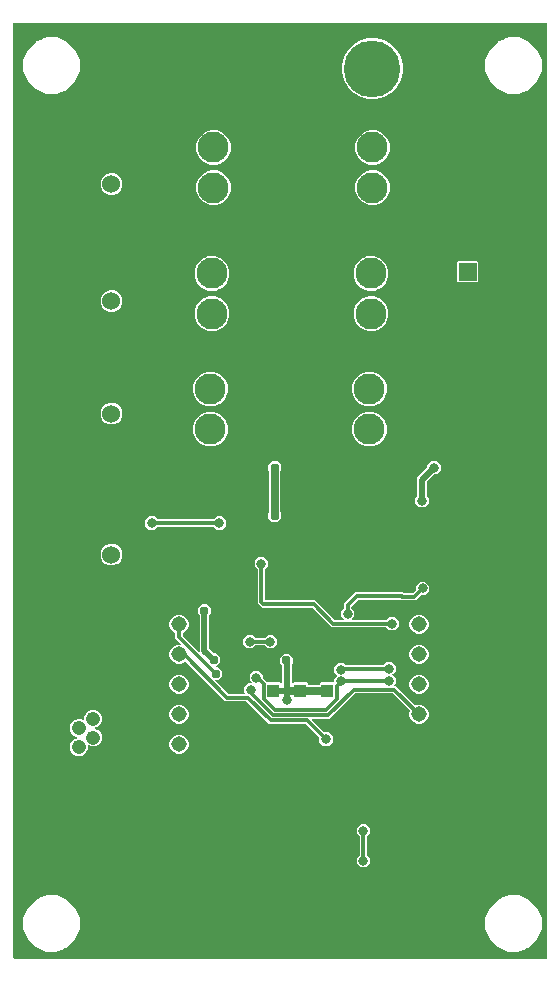
<source format=gbr>
G04 EAGLE Gerber RS-274X export*
G75*
%MOMM*%
%FSLAX34Y34*%
%LPD*%
%INBottom Copper*%
%IPPOS*%
%AMOC8*
5,1,8,0,0,1.08239X$1,22.5*%
G01*
%ADD10C,4.800000*%
%ADD11C,1.308000*%
%ADD12C,1.524000*%
%ADD13C,2.625000*%
%ADD14R,1.000000X1.100000*%
%ADD15C,1.208000*%
%ADD16C,1.208000*%
%ADD17R,1.524000X1.524000*%
%ADD18C,0.806400*%
%ADD19C,0.304800*%
%ADD20C,0.787400*%
%ADD21C,0.508000*%
%ADD22C,0.635000*%
%ADD23C,0.152400*%

G36*
X467365Y-80516D02*
X467365Y-80516D01*
X467370Y-80517D01*
X467463Y-80496D01*
X467557Y-80478D01*
X467561Y-80475D01*
X467566Y-80474D01*
X467644Y-80418D01*
X467722Y-80365D01*
X467725Y-80361D01*
X467729Y-80358D01*
X467780Y-80276D01*
X467832Y-80197D01*
X467832Y-80192D01*
X467835Y-80187D01*
X467867Y-80010D01*
X467867Y711200D01*
X467866Y711205D01*
X467867Y711210D01*
X467846Y711303D01*
X467828Y711397D01*
X467825Y711401D01*
X467824Y711406D01*
X467768Y711484D01*
X467715Y711562D01*
X467711Y711565D01*
X467708Y711569D01*
X467626Y711620D01*
X467547Y711672D01*
X467542Y711672D01*
X467537Y711675D01*
X467360Y711707D01*
X16510Y711707D01*
X16505Y711706D01*
X16500Y711707D01*
X16407Y711686D01*
X16314Y711668D01*
X16309Y711665D01*
X16304Y711664D01*
X16226Y711608D01*
X16148Y711555D01*
X16145Y711551D01*
X16141Y711548D01*
X16090Y711466D01*
X16038Y711387D01*
X16038Y711382D01*
X16035Y711377D01*
X16003Y711200D01*
X16003Y-80010D01*
X16004Y-80015D01*
X16003Y-80020D01*
X16024Y-80113D01*
X16042Y-80207D01*
X16045Y-80211D01*
X16046Y-80216D01*
X16102Y-80294D01*
X16155Y-80372D01*
X16159Y-80375D01*
X16162Y-80379D01*
X16244Y-80430D01*
X16323Y-80482D01*
X16328Y-80482D01*
X16333Y-80485D01*
X16510Y-80517D01*
X467360Y-80517D01*
X467365Y-80516D01*
G37*
%LPC*%
G36*
X278368Y99853D02*
X278368Y99853D01*
X275113Y103108D01*
X275113Y106445D01*
X275112Y106453D01*
X275113Y106461D01*
X275092Y106550D01*
X275074Y106642D01*
X275069Y106648D01*
X275067Y106656D01*
X274965Y106804D01*
X263780Y117989D01*
X263773Y117993D01*
X263769Y117999D01*
X263690Y118048D01*
X263613Y118100D01*
X263605Y118101D01*
X263598Y118105D01*
X263421Y118137D01*
X232469Y118137D01*
X213370Y137237D01*
X213363Y137241D01*
X213358Y137247D01*
X213280Y137296D01*
X213203Y137348D01*
X213195Y137349D01*
X213188Y137353D01*
X213011Y137385D01*
X195523Y137385D01*
X162130Y170778D01*
X162126Y170781D01*
X162123Y170785D01*
X162043Y170836D01*
X161963Y170889D01*
X161958Y170890D01*
X161954Y170893D01*
X161860Y170908D01*
X161767Y170926D01*
X161761Y170925D01*
X161756Y170926D01*
X161664Y170905D01*
X161570Y170885D01*
X161566Y170882D01*
X161561Y170881D01*
X161413Y170778D01*
X160828Y170193D01*
X160422Y170025D01*
X159197Y169517D01*
X157973Y169010D01*
X157864Y168965D01*
X154656Y168965D01*
X151692Y170193D01*
X149423Y172462D01*
X148195Y175426D01*
X148195Y178634D01*
X149423Y181598D01*
X151692Y183867D01*
X152754Y184307D01*
X153978Y184814D01*
X154656Y185095D01*
X157349Y185095D01*
X157352Y185095D01*
X157354Y185095D01*
X157449Y185115D01*
X157546Y185134D01*
X157548Y185136D01*
X157550Y185136D01*
X157631Y185192D01*
X157711Y185247D01*
X157713Y185249D01*
X157715Y185251D01*
X157768Y185334D01*
X157821Y185415D01*
X157821Y185418D01*
X157823Y185420D01*
X157839Y185516D01*
X157856Y185612D01*
X157856Y185615D01*
X157856Y185617D01*
X157834Y185711D01*
X157813Y185808D01*
X157811Y185810D01*
X157811Y185813D01*
X157708Y185961D01*
X155146Y188523D01*
X153211Y190457D01*
X153211Y194625D01*
X153210Y194631D01*
X153211Y194638D01*
X153190Y194729D01*
X153172Y194821D01*
X153168Y194827D01*
X153167Y194833D01*
X153112Y194909D01*
X153059Y194987D01*
X153054Y194991D01*
X153050Y194996D01*
X152898Y195093D01*
X151692Y195593D01*
X149423Y197862D01*
X148195Y200826D01*
X148195Y204034D01*
X149423Y206998D01*
X151692Y209267D01*
X152663Y209669D01*
X153888Y210177D01*
X154656Y210495D01*
X157864Y210495D01*
X160828Y209267D01*
X163097Y206998D01*
X164325Y204034D01*
X164325Y200826D01*
X163097Y197862D01*
X160828Y195593D01*
X159622Y195093D01*
X159616Y195090D01*
X159610Y195088D01*
X159533Y195034D01*
X159455Y194982D01*
X159452Y194976D01*
X159447Y194972D01*
X159397Y194892D01*
X159345Y194814D01*
X159344Y194808D01*
X159341Y194802D01*
X159309Y194625D01*
X159309Y193193D01*
X159310Y193185D01*
X159309Y193177D01*
X159330Y193088D01*
X159348Y192996D01*
X159353Y192990D01*
X159355Y192982D01*
X159457Y192834D01*
X172869Y179422D01*
X172872Y179421D01*
X172873Y179419D01*
X172954Y179366D01*
X173036Y179311D01*
X173039Y179311D01*
X173041Y179309D01*
X173137Y179292D01*
X173233Y179274D01*
X173236Y179274D01*
X173238Y179274D01*
X173335Y179295D01*
X173429Y179315D01*
X173431Y179317D01*
X173434Y179317D01*
X173514Y179374D01*
X173594Y179430D01*
X173595Y179432D01*
X173597Y179433D01*
X173648Y179515D01*
X173701Y179599D01*
X173702Y179601D01*
X173703Y179604D01*
X173735Y179781D01*
X173735Y210126D01*
X173734Y210133D01*
X173735Y210141D01*
X173714Y210231D01*
X173696Y210322D01*
X173691Y210329D01*
X173689Y210336D01*
X173587Y210484D01*
X172338Y211733D01*
X172338Y216257D01*
X175538Y219457D01*
X180062Y219457D01*
X183262Y216257D01*
X183262Y211733D01*
X182013Y210484D01*
X182009Y210478D01*
X182003Y210473D01*
X181954Y210394D01*
X181902Y210317D01*
X181901Y210310D01*
X181897Y210303D01*
X181865Y210126D01*
X181865Y181952D01*
X181866Y181944D01*
X181865Y181937D01*
X181886Y181847D01*
X181904Y181756D01*
X181909Y181749D01*
X181911Y181741D01*
X182013Y181593D01*
X185622Y177985D01*
X185629Y177980D01*
X185633Y177974D01*
X185712Y177925D01*
X185789Y177874D01*
X185797Y177872D01*
X185803Y177868D01*
X185981Y177836D01*
X187746Y177836D01*
X190946Y174637D01*
X190946Y170112D01*
X187816Y166983D01*
X187815Y166980D01*
X187813Y166979D01*
X187760Y166898D01*
X187705Y166816D01*
X187705Y166813D01*
X187703Y166811D01*
X187686Y166715D01*
X187668Y166619D01*
X187668Y166616D01*
X187668Y166614D01*
X187689Y166517D01*
X187709Y166423D01*
X187711Y166421D01*
X187711Y166418D01*
X187769Y166337D01*
X187824Y166258D01*
X187826Y166257D01*
X187827Y166255D01*
X187910Y166203D01*
X187993Y166151D01*
X187995Y166150D01*
X187998Y166149D01*
X188175Y166117D01*
X189587Y166117D01*
X192787Y162917D01*
X192787Y158393D01*
X189587Y155193D01*
X187563Y155193D01*
X187560Y155193D01*
X187557Y155193D01*
X187463Y155173D01*
X187366Y155154D01*
X187364Y155152D01*
X187361Y155152D01*
X187281Y155096D01*
X187200Y155041D01*
X187199Y155039D01*
X187197Y155037D01*
X187143Y154954D01*
X187091Y154873D01*
X187091Y154870D01*
X187089Y154868D01*
X187073Y154772D01*
X187055Y154676D01*
X187056Y154673D01*
X187056Y154671D01*
X187078Y154577D01*
X187099Y154480D01*
X187101Y154478D01*
X187101Y154475D01*
X187204Y154327D01*
X197900Y143631D01*
X197907Y143627D01*
X197911Y143621D01*
X197990Y143572D01*
X198067Y143520D01*
X198075Y143519D01*
X198081Y143515D01*
X198259Y143483D01*
X211772Y143483D01*
X211774Y143483D01*
X211777Y143483D01*
X211872Y143503D01*
X211968Y143522D01*
X211971Y143524D01*
X211973Y143524D01*
X212054Y143580D01*
X212134Y143635D01*
X212136Y143637D01*
X212138Y143639D01*
X212191Y143722D01*
X212243Y143803D01*
X212244Y143806D01*
X212245Y143808D01*
X212262Y143904D01*
X212279Y144000D01*
X212278Y144003D01*
X212279Y144005D01*
X212257Y144100D01*
X212235Y144196D01*
X212234Y144198D01*
X212233Y144201D01*
X212131Y144349D01*
X211517Y144962D01*
X211517Y149566D01*
X214772Y152821D01*
X217191Y152821D01*
X217194Y152821D01*
X217196Y152821D01*
X217291Y152841D01*
X217388Y152860D01*
X217390Y152862D01*
X217393Y152862D01*
X217473Y152918D01*
X217554Y152973D01*
X217555Y152975D01*
X217557Y152977D01*
X217610Y153060D01*
X217663Y153141D01*
X217663Y153144D01*
X217665Y153146D01*
X217681Y153242D01*
X217698Y153338D01*
X217698Y153341D01*
X217698Y153343D01*
X217676Y153438D01*
X217655Y153534D01*
X217653Y153536D01*
X217653Y153539D01*
X217550Y153687D01*
X216058Y155178D01*
X216058Y159782D01*
X219313Y163037D01*
X223917Y163037D01*
X227172Y159782D01*
X227172Y157715D01*
X227173Y157707D01*
X227172Y157699D01*
X227193Y157610D01*
X227211Y157518D01*
X227216Y157512D01*
X227218Y157504D01*
X227320Y157356D01*
X229286Y155390D01*
X231063Y153613D01*
X231070Y153609D01*
X231074Y153603D01*
X231153Y153554D01*
X231230Y153502D01*
X231238Y153501D01*
X231245Y153497D01*
X231422Y153465D01*
X241852Y153465D01*
X242719Y152597D01*
X242722Y152595D01*
X242723Y152593D01*
X242803Y152541D01*
X242886Y152486D01*
X242889Y152485D01*
X242891Y152484D01*
X242987Y152467D01*
X243083Y152448D01*
X243086Y152449D01*
X243088Y152448D01*
X243185Y152470D01*
X243279Y152490D01*
X243281Y152491D01*
X243284Y152492D01*
X243364Y152549D01*
X243444Y152604D01*
X243445Y152607D01*
X243447Y152608D01*
X243499Y152691D01*
X243551Y152773D01*
X243552Y152776D01*
X243553Y152778D01*
X243585Y152956D01*
X243585Y167581D01*
X243584Y167588D01*
X243585Y167596D01*
X243564Y167686D01*
X243546Y167777D01*
X243541Y167784D01*
X243539Y167791D01*
X243437Y167939D01*
X241553Y169823D01*
X241553Y174347D01*
X244753Y177547D01*
X249277Y177547D01*
X252477Y174347D01*
X252477Y169823D01*
X251863Y169209D01*
X251859Y169203D01*
X251853Y169198D01*
X251804Y169119D01*
X251752Y169042D01*
X251751Y169035D01*
X251747Y169028D01*
X251715Y168851D01*
X251715Y152956D01*
X251715Y152953D01*
X251715Y152950D01*
X251735Y152856D01*
X251754Y152759D01*
X251756Y152757D01*
X251756Y152754D01*
X251812Y152674D01*
X251867Y152593D01*
X251869Y152592D01*
X251871Y152590D01*
X251954Y152536D01*
X252035Y152484D01*
X252038Y152484D01*
X252040Y152482D01*
X252136Y152466D01*
X252232Y152448D01*
X252235Y152449D01*
X252237Y152449D01*
X252332Y152471D01*
X252428Y152492D01*
X252430Y152494D01*
X252433Y152494D01*
X252581Y152597D01*
X253448Y153465D01*
X264712Y153465D01*
X265605Y152572D01*
X265605Y151257D01*
X265606Y151252D01*
X265605Y151247D01*
X265626Y151154D01*
X265644Y151060D01*
X265647Y151056D01*
X265648Y151051D01*
X265704Y150973D01*
X265757Y150895D01*
X265761Y150892D01*
X265764Y150888D01*
X265846Y150837D01*
X265925Y150785D01*
X265930Y150785D01*
X265935Y150782D01*
X266112Y150750D01*
X274908Y150750D01*
X274913Y150751D01*
X274918Y150750D01*
X275011Y150771D01*
X275105Y150789D01*
X275109Y150792D01*
X275114Y150793D01*
X275192Y150849D01*
X275270Y150902D01*
X275273Y150906D01*
X275277Y150909D01*
X275328Y150991D01*
X275380Y151070D01*
X275380Y151075D01*
X275383Y151080D01*
X275415Y151257D01*
X275415Y152572D01*
X276308Y153465D01*
X287306Y153465D01*
X287311Y153466D01*
X287316Y153465D01*
X287409Y153486D01*
X287503Y153504D01*
X287507Y153507D01*
X287512Y153508D01*
X287590Y153564D01*
X287668Y153617D01*
X287671Y153621D01*
X287675Y153624D01*
X287726Y153706D01*
X287778Y153785D01*
X287778Y153790D01*
X287781Y153795D01*
X287813Y153972D01*
X287813Y156409D01*
X290014Y158610D01*
X290017Y158614D01*
X290022Y158617D01*
X290073Y158698D01*
X290125Y158777D01*
X290126Y158782D01*
X290129Y158786D01*
X290145Y158880D01*
X290163Y158974D01*
X290162Y158979D01*
X290163Y158984D01*
X290141Y159076D01*
X290121Y159170D01*
X290118Y159174D01*
X290117Y159179D01*
X290014Y159327D01*
X287813Y161528D01*
X287813Y166132D01*
X291068Y169387D01*
X295672Y169387D01*
X296761Y168297D01*
X296768Y168293D01*
X296772Y168287D01*
X296851Y168238D01*
X296928Y168186D01*
X296936Y168185D01*
X296942Y168181D01*
X297120Y168149D01*
X328990Y168149D01*
X328998Y168150D01*
X329006Y168149D01*
X329096Y168170D01*
X329187Y168188D01*
X329193Y168193D01*
X329201Y168195D01*
X329349Y168297D01*
X331708Y170657D01*
X336312Y170657D01*
X339567Y167402D01*
X339567Y162798D01*
X337048Y160280D01*
X337045Y160275D01*
X337041Y160272D01*
X336990Y160192D01*
X336937Y160113D01*
X336936Y160108D01*
X336933Y160103D01*
X336917Y160009D01*
X336900Y159916D01*
X336901Y159911D01*
X336900Y159906D01*
X336921Y159813D01*
X336941Y159720D01*
X336944Y159715D01*
X336945Y159710D01*
X337048Y159562D01*
X339567Y157044D01*
X339567Y152440D01*
X338305Y151179D01*
X338304Y151176D01*
X338301Y151175D01*
X338249Y151095D01*
X338194Y151012D01*
X338194Y151009D01*
X338192Y151007D01*
X338175Y150911D01*
X338157Y150815D01*
X338157Y150812D01*
X338157Y150810D01*
X338178Y150713D01*
X338198Y150619D01*
X338200Y150617D01*
X338200Y150614D01*
X338257Y150534D01*
X338312Y150454D01*
X338315Y150453D01*
X338316Y150451D01*
X338400Y150398D01*
X338482Y150347D01*
X338484Y150346D01*
X338486Y150345D01*
X338664Y150313D01*
X339689Y150313D01*
X341623Y148378D01*
X356097Y133905D01*
X356102Y133901D01*
X356106Y133896D01*
X356185Y133846D01*
X356264Y133794D01*
X356270Y133793D01*
X356276Y133789D01*
X356368Y133774D01*
X356460Y133756D01*
X356467Y133758D01*
X356473Y133757D01*
X356649Y133795D01*
X357359Y134089D01*
X357856Y134295D01*
X361064Y134295D01*
X364028Y133067D01*
X366297Y130798D01*
X367525Y127834D01*
X367525Y124626D01*
X366297Y121662D01*
X364028Y119393D01*
X363803Y119300D01*
X362578Y118792D01*
X361354Y118285D01*
X361064Y118165D01*
X357856Y118165D01*
X354892Y119393D01*
X352623Y121662D01*
X351395Y124626D01*
X351395Y127834D01*
X351895Y129041D01*
X351896Y129047D01*
X351900Y129053D01*
X351916Y129145D01*
X351934Y129237D01*
X351932Y129244D01*
X351933Y129250D01*
X351912Y129342D01*
X351893Y129434D01*
X351889Y129439D01*
X351888Y129445D01*
X351785Y129593D01*
X337312Y144067D01*
X337305Y144071D01*
X337301Y144077D01*
X337222Y144126D01*
X337145Y144178D01*
X337137Y144179D01*
X337130Y144183D01*
X336953Y144215D01*
X305513Y144215D01*
X305506Y144214D01*
X305498Y144215D01*
X305408Y144194D01*
X305317Y144176D01*
X305310Y144171D01*
X305303Y144169D01*
X305155Y144067D01*
X283797Y122709D01*
X268907Y122709D01*
X268904Y122709D01*
X268902Y122709D01*
X268807Y122689D01*
X268710Y122670D01*
X268708Y122668D01*
X268706Y122668D01*
X268625Y122612D01*
X268545Y122557D01*
X268543Y122555D01*
X268541Y122553D01*
X268488Y122470D01*
X268435Y122389D01*
X268435Y122386D01*
X268433Y122384D01*
X268417Y122288D01*
X268400Y122192D01*
X268400Y122189D01*
X268400Y122187D01*
X268422Y122093D01*
X268443Y121996D01*
X268445Y121994D01*
X268445Y121991D01*
X268548Y121843D01*
X279276Y111115D01*
X279283Y111111D01*
X279287Y111105D01*
X279366Y111056D01*
X279443Y111004D01*
X279451Y111003D01*
X279458Y110999D01*
X279635Y110967D01*
X282972Y110967D01*
X286227Y107712D01*
X286227Y103108D01*
X282972Y99853D01*
X278368Y99853D01*
G37*
%LPD*%
%LPC*%
G36*
X316680Y647575D02*
X316680Y647575D01*
X310188Y649315D01*
X304368Y652675D01*
X299615Y657428D01*
X296255Y663248D01*
X294515Y669740D01*
X294515Y676460D01*
X296255Y682952D01*
X299615Y688772D01*
X304368Y693525D01*
X310188Y696885D01*
X316680Y698625D01*
X323400Y698625D01*
X329892Y696885D01*
X335712Y693525D01*
X340465Y688772D01*
X343825Y682952D01*
X345565Y676460D01*
X345565Y669740D01*
X343825Y663248D01*
X340465Y657428D01*
X335712Y652675D01*
X329892Y649315D01*
X323400Y647575D01*
X316680Y647575D01*
G37*
%LPD*%
%LPC*%
G36*
X43523Y-74613D02*
X43523Y-74613D01*
X34771Y-70988D01*
X28072Y-64289D01*
X24447Y-55537D01*
X24447Y-46063D01*
X28072Y-37311D01*
X34771Y-30612D01*
X35621Y-30260D01*
X36846Y-29753D01*
X38070Y-29245D01*
X39295Y-28738D01*
X40519Y-28231D01*
X40520Y-28231D01*
X41744Y-27724D01*
X42969Y-27216D01*
X43523Y-26987D01*
X52997Y-26987D01*
X61749Y-30612D01*
X68448Y-37311D01*
X72073Y-46063D01*
X72073Y-55537D01*
X68448Y-64289D01*
X61749Y-70988D01*
X60691Y-71426D01*
X60690Y-71426D01*
X59466Y-71934D01*
X58241Y-72441D01*
X57017Y-72948D01*
X55792Y-73455D01*
X54568Y-73963D01*
X54567Y-73963D01*
X53343Y-74470D01*
X52997Y-74613D01*
X43523Y-74613D01*
G37*
%LPD*%
%LPC*%
G36*
X434683Y-74613D02*
X434683Y-74613D01*
X425931Y-70988D01*
X419232Y-64289D01*
X415607Y-55537D01*
X415607Y-46063D01*
X419232Y-37311D01*
X425931Y-30612D01*
X426781Y-30260D01*
X428006Y-29753D01*
X429230Y-29245D01*
X430455Y-28738D01*
X431679Y-28231D01*
X431680Y-28231D01*
X432904Y-27724D01*
X434129Y-27216D01*
X434683Y-26987D01*
X444157Y-26987D01*
X452909Y-30612D01*
X459608Y-37311D01*
X463233Y-46063D01*
X463233Y-55537D01*
X459608Y-64289D01*
X452909Y-70988D01*
X451851Y-71426D01*
X451850Y-71426D01*
X450626Y-71934D01*
X449401Y-72441D01*
X448177Y-72948D01*
X446952Y-73455D01*
X445728Y-73963D01*
X445727Y-73963D01*
X444503Y-74470D01*
X444157Y-74613D01*
X434683Y-74613D01*
G37*
%LPD*%
%LPC*%
G36*
X43523Y651827D02*
X43523Y651827D01*
X34771Y655452D01*
X28072Y662151D01*
X24447Y670903D01*
X24447Y680377D01*
X28072Y689129D01*
X34771Y695828D01*
X35481Y696122D01*
X36706Y696629D01*
X37930Y697137D01*
X39155Y697644D01*
X40380Y698151D01*
X41604Y698658D01*
X42829Y699166D01*
X43523Y699453D01*
X52997Y699453D01*
X61749Y695828D01*
X68448Y689129D01*
X72073Y680377D01*
X72073Y670903D01*
X68448Y662151D01*
X61749Y655452D01*
X60551Y654956D01*
X59326Y654448D01*
X58101Y653941D01*
X56877Y653434D01*
X55652Y652927D01*
X54428Y652419D01*
X54427Y652419D01*
X53203Y651912D01*
X52997Y651827D01*
X43523Y651827D01*
G37*
%LPD*%
%LPC*%
G36*
X434683Y651827D02*
X434683Y651827D01*
X425931Y655452D01*
X419232Y662151D01*
X415607Y670903D01*
X415607Y680377D01*
X419232Y689129D01*
X425931Y695828D01*
X426641Y696122D01*
X427866Y696629D01*
X429090Y697137D01*
X430315Y697644D01*
X431540Y698151D01*
X432764Y698658D01*
X433989Y699166D01*
X434683Y699453D01*
X444157Y699453D01*
X452909Y695828D01*
X459608Y689129D01*
X463233Y680377D01*
X463233Y670903D01*
X459608Y662151D01*
X452909Y655452D01*
X451711Y654956D01*
X450486Y654448D01*
X449261Y653941D01*
X448037Y653434D01*
X446812Y652927D01*
X445588Y652419D01*
X445587Y652419D01*
X444363Y651912D01*
X444157Y651827D01*
X434683Y651827D01*
G37*
%LPD*%
%LPC*%
G36*
X334248Y197643D02*
X334248Y197643D01*
X331889Y200003D01*
X331882Y200007D01*
X331878Y200013D01*
X331799Y200062D01*
X331722Y200114D01*
X331714Y200115D01*
X331708Y200119D01*
X331530Y200151D01*
X285757Y200151D01*
X269396Y216513D01*
X269389Y216517D01*
X269385Y216523D01*
X269306Y216572D01*
X269229Y216624D01*
X269221Y216625D01*
X269214Y216629D01*
X269037Y216661D01*
X226298Y216661D01*
X222813Y220146D01*
X222813Y248980D01*
X222812Y248988D01*
X222813Y248996D01*
X222792Y249086D01*
X222774Y249177D01*
X222769Y249183D01*
X222767Y249191D01*
X222665Y249339D01*
X220305Y251698D01*
X220305Y256302D01*
X223560Y259557D01*
X228164Y259557D01*
X231419Y256302D01*
X231419Y251698D01*
X229059Y249339D01*
X229055Y249332D01*
X229049Y249328D01*
X229000Y249249D01*
X228948Y249172D01*
X228947Y249164D01*
X228943Y249158D01*
X228911Y248980D01*
X228911Y223266D01*
X228912Y223261D01*
X228911Y223256D01*
X228932Y223163D01*
X228950Y223069D01*
X228953Y223065D01*
X228954Y223060D01*
X229010Y222982D01*
X229063Y222904D01*
X229067Y222901D01*
X229070Y222897D01*
X229152Y222846D01*
X229231Y222794D01*
X229236Y222794D01*
X229241Y222791D01*
X229418Y222759D01*
X271773Y222759D01*
X288134Y206397D01*
X288141Y206393D01*
X288145Y206387D01*
X288224Y206338D01*
X288301Y206286D01*
X288309Y206285D01*
X288316Y206281D01*
X288493Y206249D01*
X295208Y206249D01*
X295211Y206249D01*
X295213Y206249D01*
X295308Y206269D01*
X295405Y206288D01*
X295407Y206290D01*
X295410Y206290D01*
X295490Y206346D01*
X295571Y206401D01*
X295572Y206403D01*
X295574Y206405D01*
X295627Y206488D01*
X295680Y206569D01*
X295680Y206572D01*
X295682Y206574D01*
X295698Y206670D01*
X295715Y206766D01*
X295715Y206769D01*
X295715Y206771D01*
X295693Y206866D01*
X295672Y206962D01*
X295670Y206964D01*
X295670Y206967D01*
X295567Y207115D01*
X293528Y209153D01*
X293528Y213757D01*
X295888Y216116D01*
X295892Y216123D01*
X295898Y216127D01*
X295947Y216206D01*
X295999Y216283D01*
X296000Y216291D01*
X296004Y216297D01*
X296036Y216475D01*
X296036Y219842D01*
X305690Y229496D01*
X346142Y229496D01*
X346467Y229170D01*
X346474Y229166D01*
X346478Y229160D01*
X346557Y229111D01*
X346634Y229059D01*
X346642Y229058D01*
X346649Y229054D01*
X346826Y229022D01*
X354040Y229022D01*
X354048Y229023D01*
X354056Y229022D01*
X354145Y229043D01*
X354237Y229061D01*
X354243Y229066D01*
X354251Y229068D01*
X354399Y229170D01*
X356722Y231493D01*
X356726Y231500D01*
X356732Y231504D01*
X356781Y231583D01*
X356833Y231660D01*
X356834Y231668D01*
X356838Y231675D01*
X356870Y231852D01*
X356870Y235189D01*
X360125Y238444D01*
X364729Y238444D01*
X367984Y235189D01*
X367984Y230585D01*
X364729Y227330D01*
X361392Y227330D01*
X361384Y227329D01*
X361376Y227330D01*
X361287Y227309D01*
X361195Y227291D01*
X361189Y227286D01*
X361181Y227284D01*
X361033Y227182D01*
X356776Y222924D01*
X344090Y222924D01*
X343765Y223250D01*
X343758Y223254D01*
X343754Y223260D01*
X343675Y223309D01*
X343598Y223361D01*
X343590Y223362D01*
X343583Y223366D01*
X343406Y223398D01*
X308426Y223398D01*
X308418Y223397D01*
X308411Y223398D01*
X308321Y223377D01*
X308230Y223359D01*
X308223Y223354D01*
X308215Y223352D01*
X308067Y223250D01*
X302282Y217465D01*
X302278Y217458D01*
X302272Y217453D01*
X302223Y217375D01*
X302171Y217298D01*
X302170Y217290D01*
X302166Y217283D01*
X302134Y217106D01*
X302134Y216475D01*
X302135Y216467D01*
X302134Y216459D01*
X302155Y216369D01*
X302173Y216278D01*
X302178Y216272D01*
X302180Y216264D01*
X302282Y216116D01*
X304642Y213757D01*
X304642Y209153D01*
X302603Y207115D01*
X302602Y207112D01*
X302599Y207111D01*
X302547Y207030D01*
X302492Y206948D01*
X302492Y206945D01*
X302490Y206943D01*
X302473Y206847D01*
X302455Y206751D01*
X302455Y206748D01*
X302455Y206746D01*
X302476Y206649D01*
X302496Y206555D01*
X302498Y206553D01*
X302498Y206550D01*
X302555Y206470D01*
X302610Y206390D01*
X302613Y206389D01*
X302614Y206387D01*
X302697Y206335D01*
X302780Y206283D01*
X302782Y206282D01*
X302784Y206281D01*
X302962Y206249D01*
X331530Y206249D01*
X331538Y206250D01*
X331546Y206249D01*
X331636Y206270D01*
X331727Y206288D01*
X331733Y206293D01*
X331741Y206295D01*
X331889Y206397D01*
X334248Y208757D01*
X338852Y208757D01*
X342107Y205502D01*
X342107Y200898D01*
X338852Y197643D01*
X334248Y197643D01*
G37*
%LPD*%
%LPC*%
G36*
X70015Y91115D02*
X70015Y91115D01*
X67235Y92267D01*
X65107Y94395D01*
X63955Y97175D01*
X63955Y100185D01*
X65107Y102965D01*
X67235Y105093D01*
X67435Y105176D01*
X68659Y105683D01*
X68660Y105683D01*
X69884Y106190D01*
X69935Y106211D01*
X69937Y106213D01*
X69939Y106213D01*
X70020Y106269D01*
X70101Y106323D01*
X70103Y106325D01*
X70105Y106327D01*
X70158Y106409D01*
X70211Y106491D01*
X70212Y106493D01*
X70213Y106495D01*
X70230Y106592D01*
X70248Y106688D01*
X70247Y106690D01*
X70248Y106693D01*
X70226Y106789D01*
X70205Y106884D01*
X70204Y106886D01*
X70203Y106888D01*
X70145Y106969D01*
X70090Y107048D01*
X70088Y107049D01*
X70086Y107051D01*
X69935Y107149D01*
X67235Y108267D01*
X65107Y110395D01*
X63955Y113175D01*
X63955Y116185D01*
X65107Y118965D01*
X67235Y121093D01*
X67995Y121408D01*
X69219Y121915D01*
X69220Y121915D01*
X70015Y122245D01*
X73025Y122245D01*
X75254Y121321D01*
X75258Y121321D01*
X75261Y121318D01*
X75356Y121301D01*
X75451Y121283D01*
X75454Y121284D01*
X75458Y121283D01*
X75553Y121304D01*
X75647Y121323D01*
X75650Y121326D01*
X75654Y121326D01*
X75733Y121383D01*
X75812Y121437D01*
X75814Y121440D01*
X75817Y121442D01*
X75868Y121524D01*
X75921Y121605D01*
X75921Y121609D01*
X75923Y121613D01*
X75955Y121790D01*
X75955Y124185D01*
X77107Y126965D01*
X79235Y129093D01*
X80275Y129524D01*
X81499Y130031D01*
X81500Y130031D01*
X82015Y130245D01*
X85025Y130245D01*
X87805Y129093D01*
X89933Y126965D01*
X91085Y124185D01*
X91085Y121175D01*
X89933Y118395D01*
X87805Y116267D01*
X87779Y116256D01*
X86555Y115749D01*
X86554Y115749D01*
X85330Y115242D01*
X85105Y115149D01*
X85103Y115147D01*
X85101Y115147D01*
X85020Y115091D01*
X84939Y115037D01*
X84937Y115035D01*
X84935Y115033D01*
X84882Y114951D01*
X84829Y114869D01*
X84828Y114867D01*
X84827Y114865D01*
X84810Y114768D01*
X84792Y114672D01*
X84793Y114670D01*
X84792Y114667D01*
X84814Y114571D01*
X84835Y114476D01*
X84836Y114474D01*
X84837Y114472D01*
X84894Y114392D01*
X84950Y114312D01*
X84952Y114311D01*
X84954Y114309D01*
X85105Y114211D01*
X87805Y113093D01*
X89933Y110965D01*
X91085Y108185D01*
X91085Y105175D01*
X89933Y102395D01*
X87805Y100267D01*
X87219Y100024D01*
X85995Y99517D01*
X85994Y99517D01*
X85025Y99115D01*
X82015Y99115D01*
X79786Y100039D01*
X79782Y100039D01*
X79779Y100042D01*
X79684Y100059D01*
X79589Y100077D01*
X79586Y100076D01*
X79582Y100077D01*
X79487Y100056D01*
X79393Y100037D01*
X79390Y100034D01*
X79386Y100034D01*
X79307Y99977D01*
X79228Y99923D01*
X79226Y99920D01*
X79223Y99918D01*
X79172Y99836D01*
X79119Y99755D01*
X79119Y99751D01*
X79117Y99747D01*
X79085Y99570D01*
X79085Y97175D01*
X77933Y94395D01*
X75805Y92267D01*
X74939Y91908D01*
X73714Y91401D01*
X73025Y91115D01*
X70015Y91115D01*
G37*
%LPD*%
%LPC*%
G36*
X314626Y387160D02*
X314626Y387160D01*
X309242Y389391D01*
X305121Y393512D01*
X302890Y398896D01*
X302890Y404724D01*
X305121Y410108D01*
X309242Y414229D01*
X310132Y414598D01*
X311357Y415106D01*
X312581Y415613D01*
X312582Y415613D01*
X313806Y416120D01*
X314626Y416460D01*
X320454Y416460D01*
X325838Y414229D01*
X329959Y410108D01*
X332190Y404724D01*
X332190Y398896D01*
X329959Y393512D01*
X325838Y389391D01*
X325274Y389157D01*
X324049Y388649D01*
X322825Y388142D01*
X322824Y388142D01*
X321600Y387635D01*
X320454Y387160D01*
X314626Y387160D01*
G37*
%LPD*%
%LPC*%
G36*
X179926Y387160D02*
X179926Y387160D01*
X174542Y389391D01*
X170421Y393512D01*
X168190Y398896D01*
X168190Y404724D01*
X170421Y410108D01*
X174542Y414229D01*
X175432Y414598D01*
X176657Y415106D01*
X177881Y415613D01*
X177882Y415613D01*
X179106Y416120D01*
X179926Y416460D01*
X185754Y416460D01*
X191138Y414229D01*
X195259Y410108D01*
X197490Y404724D01*
X197490Y398896D01*
X195259Y393512D01*
X191138Y389391D01*
X190574Y389157D01*
X189349Y388649D01*
X188125Y388142D01*
X188124Y388142D01*
X186900Y387635D01*
X185754Y387160D01*
X179926Y387160D01*
G37*
%LPD*%
%LPC*%
G36*
X317166Y591630D02*
X317166Y591630D01*
X311782Y593861D01*
X307661Y597982D01*
X305430Y603366D01*
X305430Y609194D01*
X307661Y614578D01*
X311782Y618699D01*
X312556Y619020D01*
X313780Y619527D01*
X315005Y620035D01*
X316230Y620542D01*
X317166Y620930D01*
X322994Y620930D01*
X328378Y618699D01*
X332499Y614578D01*
X334730Y609194D01*
X334730Y603366D01*
X332499Y597982D01*
X328378Y593861D01*
X327697Y593578D01*
X326473Y593071D01*
X325248Y592564D01*
X324024Y592057D01*
X324023Y592057D01*
X322994Y591630D01*
X317166Y591630D01*
G37*
%LPD*%
%LPC*%
G36*
X182466Y591630D02*
X182466Y591630D01*
X177082Y593861D01*
X172961Y597982D01*
X170730Y603366D01*
X170730Y609194D01*
X172961Y614578D01*
X177082Y618699D01*
X177856Y619020D01*
X179080Y619527D01*
X180305Y620035D01*
X181530Y620542D01*
X182466Y620930D01*
X188294Y620930D01*
X193678Y618699D01*
X197799Y614578D01*
X200030Y609194D01*
X200030Y603366D01*
X197799Y597982D01*
X193678Y593861D01*
X192997Y593578D01*
X191773Y593071D01*
X190548Y592564D01*
X189324Y592057D01*
X189323Y592057D01*
X188294Y591630D01*
X182466Y591630D01*
G37*
%LPD*%
%LPC*%
G36*
X315896Y450950D02*
X315896Y450950D01*
X310512Y453181D01*
X306391Y457302D01*
X304160Y462686D01*
X304160Y468514D01*
X306391Y473898D01*
X310512Y478019D01*
X311700Y478512D01*
X312925Y479019D01*
X314150Y479526D01*
X315374Y480034D01*
X315896Y480250D01*
X321724Y480250D01*
X327108Y478019D01*
X331229Y473898D01*
X333460Y468514D01*
X333460Y462686D01*
X331229Y457302D01*
X327108Y453181D01*
X326842Y453070D01*
X325617Y452563D01*
X324393Y452056D01*
X323168Y451548D01*
X321944Y451041D01*
X321943Y451041D01*
X321724Y450950D01*
X315896Y450950D01*
G37*
%LPD*%
%LPC*%
G36*
X181196Y450950D02*
X181196Y450950D01*
X175812Y453181D01*
X171691Y457302D01*
X169460Y462686D01*
X169460Y468514D01*
X171691Y473898D01*
X175812Y478019D01*
X177000Y478512D01*
X178225Y479019D01*
X179450Y479526D01*
X180674Y480034D01*
X181196Y480250D01*
X187024Y480250D01*
X192408Y478019D01*
X196529Y473898D01*
X198760Y468514D01*
X198760Y462686D01*
X196529Y457302D01*
X192408Y453181D01*
X192142Y453070D01*
X190917Y452563D01*
X189693Y452056D01*
X188468Y451548D01*
X187244Y451041D01*
X187243Y451041D01*
X187024Y450950D01*
X181196Y450950D01*
G37*
%LPD*%
%LPC*%
G36*
X315896Y484950D02*
X315896Y484950D01*
X310512Y487181D01*
X306391Y491302D01*
X304160Y496686D01*
X304160Y502514D01*
X306391Y507898D01*
X310512Y512019D01*
X311666Y512498D01*
X312890Y513005D01*
X312891Y513005D01*
X314115Y513512D01*
X315340Y514019D01*
X315896Y514250D01*
X321724Y514250D01*
X327108Y512019D01*
X331229Y507898D01*
X333460Y502514D01*
X333460Y496686D01*
X331229Y491302D01*
X327108Y487181D01*
X326808Y487056D01*
X326807Y487056D01*
X325583Y486549D01*
X324358Y486041D01*
X323134Y485534D01*
X321909Y485027D01*
X321724Y484950D01*
X315896Y484950D01*
G37*
%LPD*%
%LPC*%
G36*
X181196Y484950D02*
X181196Y484950D01*
X175812Y487181D01*
X171691Y491302D01*
X169460Y496686D01*
X169460Y502514D01*
X171691Y507898D01*
X175812Y512019D01*
X176966Y512498D01*
X178190Y513005D01*
X178191Y513005D01*
X179415Y513512D01*
X180640Y514019D01*
X181196Y514250D01*
X187024Y514250D01*
X192408Y512019D01*
X196529Y507898D01*
X198760Y502514D01*
X198760Y496686D01*
X196529Y491302D01*
X192408Y487181D01*
X192108Y487056D01*
X192107Y487056D01*
X190883Y486549D01*
X189658Y486041D01*
X188434Y485534D01*
X187209Y485027D01*
X187024Y484950D01*
X181196Y484950D01*
G37*
%LPD*%
%LPC*%
G36*
X314626Y353160D02*
X314626Y353160D01*
X309242Y355391D01*
X305121Y359512D01*
X302890Y364896D01*
X302890Y370724D01*
X305121Y376108D01*
X309242Y380229D01*
X310167Y380613D01*
X311391Y381120D01*
X312616Y381627D01*
X313840Y382134D01*
X313841Y382134D01*
X314626Y382460D01*
X320454Y382460D01*
X325838Y380229D01*
X329959Y376108D01*
X332190Y370724D01*
X332190Y364896D01*
X329959Y359512D01*
X325838Y355391D01*
X325308Y355171D01*
X324084Y354664D01*
X324083Y354664D01*
X322859Y354156D01*
X321634Y353649D01*
X320454Y353160D01*
X314626Y353160D01*
G37*
%LPD*%
%LPC*%
G36*
X179926Y353160D02*
X179926Y353160D01*
X174542Y355391D01*
X170421Y359512D01*
X168190Y364896D01*
X168190Y370724D01*
X170421Y376108D01*
X174542Y380229D01*
X175467Y380613D01*
X176691Y381120D01*
X177916Y381627D01*
X179140Y382134D01*
X179141Y382134D01*
X179926Y382460D01*
X185754Y382460D01*
X191138Y380229D01*
X195259Y376108D01*
X197490Y370724D01*
X197490Y364896D01*
X195259Y359512D01*
X191138Y355391D01*
X190608Y355171D01*
X189384Y354664D01*
X189383Y354664D01*
X188159Y354156D01*
X186934Y353649D01*
X185754Y353160D01*
X179926Y353160D01*
G37*
%LPD*%
%LPC*%
G36*
X182466Y557630D02*
X182466Y557630D01*
X177082Y559861D01*
X172961Y563982D01*
X170730Y569366D01*
X170730Y575194D01*
X172961Y580578D01*
X177082Y584699D01*
X177890Y585034D01*
X179115Y585542D01*
X180339Y586049D01*
X181564Y586556D01*
X182466Y586930D01*
X188294Y586930D01*
X193678Y584699D01*
X197799Y580578D01*
X200030Y575194D01*
X200030Y569366D01*
X197799Y563982D01*
X193678Y559861D01*
X193032Y559593D01*
X191807Y559085D01*
X190583Y558578D01*
X190582Y558578D01*
X189358Y558071D01*
X188294Y557630D01*
X182466Y557630D01*
G37*
%LPD*%
%LPC*%
G36*
X317166Y557630D02*
X317166Y557630D01*
X311782Y559861D01*
X307661Y563982D01*
X305430Y569366D01*
X305430Y575194D01*
X307661Y580578D01*
X311782Y584699D01*
X312590Y585034D01*
X313815Y585542D01*
X315039Y586049D01*
X316264Y586556D01*
X317166Y586930D01*
X322994Y586930D01*
X328378Y584699D01*
X332499Y580578D01*
X334730Y575194D01*
X334730Y569366D01*
X332499Y563982D01*
X328378Y559861D01*
X327732Y559593D01*
X326507Y559085D01*
X325283Y558578D01*
X325282Y558578D01*
X324058Y558071D01*
X322994Y557630D01*
X317166Y557630D01*
G37*
%LPD*%
%LPC*%
G36*
X235228Y289178D02*
X235228Y289178D01*
X232028Y292378D01*
X232028Y296902D01*
X232642Y297516D01*
X232646Y297522D01*
X232652Y297527D01*
X232701Y297606D01*
X232753Y297683D01*
X232754Y297690D01*
X232758Y297697D01*
X232790Y297874D01*
X232790Y332046D01*
X232789Y332053D01*
X232790Y332061D01*
X232769Y332151D01*
X232751Y332242D01*
X232746Y332249D01*
X232744Y332256D01*
X232642Y332404D01*
X232028Y333018D01*
X232028Y337542D01*
X235228Y340742D01*
X239752Y340742D01*
X242952Y337542D01*
X242952Y333018D01*
X242338Y332404D01*
X242334Y332398D01*
X242328Y332393D01*
X242279Y332314D01*
X242227Y332237D01*
X242226Y332230D01*
X242222Y332223D01*
X242190Y332046D01*
X242190Y297874D01*
X242191Y297867D01*
X242190Y297859D01*
X242211Y297769D01*
X242229Y297678D01*
X242234Y297671D01*
X242236Y297664D01*
X242338Y297516D01*
X242952Y296902D01*
X242952Y292378D01*
X239752Y289178D01*
X235228Y289178D01*
G37*
%LPD*%
%LPC*%
G36*
X131048Y282733D02*
X131048Y282733D01*
X127793Y285988D01*
X127793Y290592D01*
X131048Y293847D01*
X135652Y293847D01*
X138011Y291487D01*
X138018Y291483D01*
X138022Y291477D01*
X138101Y291428D01*
X138178Y291376D01*
X138186Y291375D01*
X138192Y291371D01*
X138370Y291339D01*
X185480Y291339D01*
X185488Y291340D01*
X185496Y291339D01*
X185586Y291360D01*
X185677Y291378D01*
X185683Y291383D01*
X185691Y291385D01*
X185839Y291487D01*
X188198Y293847D01*
X192802Y293847D01*
X196057Y290592D01*
X196057Y285988D01*
X192802Y282733D01*
X188198Y282733D01*
X185839Y285093D01*
X185832Y285097D01*
X185828Y285103D01*
X185749Y285152D01*
X185672Y285204D01*
X185664Y285205D01*
X185658Y285209D01*
X185480Y285241D01*
X138370Y285241D01*
X138362Y285240D01*
X138354Y285241D01*
X138264Y285220D01*
X138173Y285202D01*
X138167Y285197D01*
X138159Y285195D01*
X138011Y285093D01*
X135652Y282733D01*
X131048Y282733D01*
G37*
%LPD*%
%LPC*%
G36*
X359648Y301783D02*
X359648Y301783D01*
X356393Y305038D01*
X356393Y309642D01*
X357737Y310985D01*
X357741Y310992D01*
X357747Y310996D01*
X357796Y311075D01*
X357848Y311152D01*
X357849Y311160D01*
X357853Y311166D01*
X357885Y311344D01*
X357885Y326804D01*
X366405Y335323D01*
X366409Y335330D01*
X366415Y335334D01*
X366464Y335413D01*
X366516Y335490D01*
X366517Y335498D01*
X366521Y335504D01*
X366553Y335682D01*
X366553Y337582D01*
X369808Y340837D01*
X374412Y340837D01*
X377667Y337582D01*
X377667Y332978D01*
X374412Y329723D01*
X372512Y329723D01*
X372504Y329722D01*
X372496Y329723D01*
X372406Y329702D01*
X372315Y329684D01*
X372309Y329679D01*
X372301Y329677D01*
X372153Y329575D01*
X366163Y323585D01*
X366159Y323578D01*
X366153Y323574D01*
X366104Y323495D01*
X366052Y323418D01*
X366051Y323410D01*
X366047Y323404D01*
X366015Y323226D01*
X366015Y311344D01*
X366016Y311336D01*
X366015Y311328D01*
X366036Y311238D01*
X366054Y311147D01*
X366059Y311141D01*
X366061Y311133D01*
X366163Y310985D01*
X367507Y309642D01*
X367507Y305038D01*
X364252Y301783D01*
X359648Y301783D01*
G37*
%LPD*%
%LPC*%
G36*
X392433Y491997D02*
X392433Y491997D01*
X391540Y492890D01*
X391540Y509394D01*
X392433Y510287D01*
X408937Y510287D01*
X409830Y509394D01*
X409830Y492890D01*
X408937Y491997D01*
X392433Y491997D01*
G37*
%LPD*%
%LPC*%
G36*
X310118Y-3017D02*
X310118Y-3017D01*
X306863Y238D01*
X306863Y4842D01*
X309223Y7201D01*
X309227Y7208D01*
X309233Y7212D01*
X309282Y7291D01*
X309334Y7368D01*
X309335Y7376D01*
X309339Y7382D01*
X309371Y7560D01*
X309371Y22920D01*
X309370Y22928D01*
X309371Y22936D01*
X309350Y23026D01*
X309332Y23117D01*
X309327Y23123D01*
X309325Y23131D01*
X309223Y23279D01*
X306863Y25638D01*
X306863Y30242D01*
X310118Y33497D01*
X314722Y33497D01*
X317977Y30242D01*
X317977Y25638D01*
X315617Y23279D01*
X315613Y23272D01*
X315607Y23268D01*
X315558Y23189D01*
X315506Y23112D01*
X315505Y23104D01*
X315501Y23098D01*
X315469Y22920D01*
X315469Y7560D01*
X315470Y7552D01*
X315469Y7544D01*
X315490Y7454D01*
X315508Y7363D01*
X315513Y7357D01*
X315515Y7349D01*
X315617Y7201D01*
X317977Y4842D01*
X317977Y238D01*
X314722Y-3017D01*
X310118Y-3017D01*
G37*
%LPD*%
%LPC*%
G36*
X97241Y467105D02*
X97241Y467105D01*
X93880Y468497D01*
X91307Y471070D01*
X89915Y474431D01*
X89915Y478069D01*
X91307Y481430D01*
X93880Y484003D01*
X94095Y484092D01*
X95320Y484599D01*
X96544Y485106D01*
X97241Y485395D01*
X100879Y485395D01*
X104240Y484003D01*
X106813Y481430D01*
X108205Y478069D01*
X108205Y474431D01*
X106813Y471070D01*
X104240Y468497D01*
X103734Y468288D01*
X103733Y468288D01*
X102509Y467780D01*
X101284Y467273D01*
X100879Y467105D01*
X97241Y467105D01*
G37*
%LPD*%
%LPC*%
G36*
X97241Y566165D02*
X97241Y566165D01*
X93880Y567557D01*
X91307Y570130D01*
X89915Y573491D01*
X89915Y577129D01*
X91307Y580490D01*
X93880Y583063D01*
X94966Y583513D01*
X94967Y583513D01*
X96191Y584020D01*
X97241Y584455D01*
X100879Y584455D01*
X104240Y583063D01*
X106813Y580490D01*
X108205Y577129D01*
X108205Y573491D01*
X106813Y570130D01*
X104240Y567557D01*
X103381Y567201D01*
X103380Y567201D01*
X102156Y566694D01*
X100931Y566187D01*
X100879Y566165D01*
X97241Y566165D01*
G37*
%LPD*%
%LPC*%
G36*
X97241Y252475D02*
X97241Y252475D01*
X93880Y253867D01*
X91307Y256440D01*
X89915Y259801D01*
X89915Y263439D01*
X91307Y266800D01*
X93880Y269373D01*
X94248Y269525D01*
X95472Y270032D01*
X96697Y270539D01*
X97241Y270765D01*
X100879Y270765D01*
X104240Y269373D01*
X106813Y266800D01*
X108205Y263439D01*
X108205Y259801D01*
X106813Y256440D01*
X104240Y253867D01*
X103886Y253721D01*
X102662Y253214D01*
X101437Y252706D01*
X100879Y252475D01*
X97241Y252475D01*
G37*
%LPD*%
%LPC*%
G36*
X97241Y371855D02*
X97241Y371855D01*
X93880Y373247D01*
X91307Y375820D01*
X89915Y379181D01*
X89915Y382819D01*
X91307Y386180D01*
X93880Y388753D01*
X95047Y389236D01*
X96271Y389743D01*
X96272Y389743D01*
X97241Y390145D01*
X100879Y390145D01*
X104240Y388753D01*
X106813Y386180D01*
X108205Y382819D01*
X108205Y379181D01*
X106813Y375820D01*
X104240Y373247D01*
X103461Y372925D01*
X102236Y372417D01*
X101012Y371910D01*
X101011Y371910D01*
X100879Y371855D01*
X97241Y371855D01*
G37*
%LPD*%
%LPC*%
G36*
X214007Y182403D02*
X214007Y182403D01*
X210752Y185658D01*
X210752Y190262D01*
X214007Y193517D01*
X218611Y193517D01*
X220970Y191157D01*
X220977Y191153D01*
X220981Y191147D01*
X221060Y191098D01*
X221137Y191046D01*
X221145Y191045D01*
X221151Y191041D01*
X221329Y191009D01*
X228660Y191009D01*
X228668Y191010D01*
X228676Y191009D01*
X228766Y191030D01*
X228857Y191048D01*
X228863Y191053D01*
X228871Y191055D01*
X229019Y191157D01*
X231378Y193517D01*
X235982Y193517D01*
X239237Y190262D01*
X239237Y185658D01*
X235982Y182403D01*
X231378Y182403D01*
X229019Y184763D01*
X229012Y184767D01*
X229008Y184773D01*
X228929Y184822D01*
X228852Y184874D01*
X228844Y184875D01*
X228838Y184879D01*
X228660Y184911D01*
X221329Y184911D01*
X221321Y184910D01*
X221313Y184911D01*
X221223Y184890D01*
X221132Y184872D01*
X221126Y184867D01*
X221118Y184865D01*
X220970Y184763D01*
X218611Y182403D01*
X214007Y182403D01*
G37*
%LPD*%
%LPC*%
G36*
X357856Y194365D02*
X357856Y194365D01*
X354892Y195593D01*
X352623Y197862D01*
X351395Y200826D01*
X351395Y204034D01*
X352623Y206998D01*
X354892Y209267D01*
X355863Y209669D01*
X357088Y210177D01*
X357856Y210495D01*
X361064Y210495D01*
X364028Y209267D01*
X366297Y206998D01*
X367525Y204034D01*
X367525Y200826D01*
X366297Y197862D01*
X364028Y195593D01*
X363531Y195387D01*
X362307Y194880D01*
X361082Y194373D01*
X361064Y194365D01*
X357856Y194365D01*
G37*
%LPD*%
%LPC*%
G36*
X357856Y168965D02*
X357856Y168965D01*
X354892Y170193D01*
X352623Y172462D01*
X351395Y175426D01*
X351395Y178634D01*
X352623Y181598D01*
X354892Y183867D01*
X355954Y184307D01*
X357178Y184814D01*
X357856Y185095D01*
X361064Y185095D01*
X364028Y183867D01*
X366297Y181598D01*
X367525Y178634D01*
X367525Y175426D01*
X366297Y172462D01*
X364028Y170193D01*
X363622Y170025D01*
X362397Y169517D01*
X361173Y169010D01*
X361064Y168965D01*
X357856Y168965D01*
G37*
%LPD*%
%LPC*%
G36*
X154656Y92765D02*
X154656Y92765D01*
X151692Y93993D01*
X149423Y96262D01*
X148195Y99226D01*
X148195Y102434D01*
X149423Y105398D01*
X151692Y107667D01*
X151801Y107712D01*
X153025Y108219D01*
X154250Y108727D01*
X154656Y108895D01*
X157864Y108895D01*
X160828Y107667D01*
X163097Y105398D01*
X164325Y102434D01*
X164325Y99226D01*
X163097Y96262D01*
X160828Y93993D01*
X160694Y93937D01*
X160693Y93937D01*
X159469Y93430D01*
X158244Y92923D01*
X157864Y92765D01*
X154656Y92765D01*
G37*
%LPD*%
%LPC*%
G36*
X154656Y118165D02*
X154656Y118165D01*
X151692Y119393D01*
X149423Y121662D01*
X148195Y124626D01*
X148195Y127834D01*
X149423Y130798D01*
X151692Y133067D01*
X151710Y133075D01*
X152935Y133582D01*
X154159Y134089D01*
X154656Y134295D01*
X157864Y134295D01*
X160828Y133067D01*
X163097Y130798D01*
X164325Y127834D01*
X164325Y124626D01*
X163097Y121662D01*
X160828Y119393D01*
X160603Y119300D01*
X159378Y118792D01*
X158154Y118285D01*
X157864Y118165D01*
X154656Y118165D01*
G37*
%LPD*%
%LPC*%
G36*
X154656Y143565D02*
X154656Y143565D01*
X151692Y144793D01*
X149423Y147062D01*
X148195Y150026D01*
X148195Y153234D01*
X149423Y156198D01*
X151692Y158467D01*
X152844Y158944D01*
X154069Y159452D01*
X154656Y159695D01*
X157864Y159695D01*
X160828Y158467D01*
X163097Y156198D01*
X164325Y153234D01*
X164325Y150026D01*
X163097Y147062D01*
X160828Y144793D01*
X160512Y144662D01*
X159288Y144155D01*
X158063Y143648D01*
X157864Y143565D01*
X154656Y143565D01*
G37*
%LPD*%
%LPC*%
G36*
X357856Y143565D02*
X357856Y143565D01*
X354892Y144793D01*
X352623Y147062D01*
X351395Y150026D01*
X351395Y153234D01*
X352623Y156198D01*
X354892Y158467D01*
X356044Y158944D01*
X357269Y159452D01*
X357856Y159695D01*
X361064Y159695D01*
X364028Y158467D01*
X366297Y156198D01*
X367525Y153234D01*
X367525Y150026D01*
X366297Y147062D01*
X364028Y144793D01*
X363712Y144662D01*
X362488Y144155D01*
X361263Y143648D01*
X361064Y143565D01*
X357856Y143565D01*
G37*
%LPD*%
D10*
X320040Y673100D03*
D11*
X359460Y75430D03*
X359460Y100830D03*
X359460Y126230D03*
X359460Y151630D03*
X359460Y177030D03*
X359460Y202430D03*
X156260Y75430D03*
X156260Y100830D03*
X156260Y126230D03*
X156260Y151630D03*
X156260Y177030D03*
X156260Y202430D03*
D10*
X189230Y673100D03*
D12*
X99060Y355600D03*
X99060Y381000D03*
X99060Y450850D03*
X99060Y476250D03*
X99060Y549910D03*
X99060Y575310D03*
X99060Y236220D03*
X99060Y261620D03*
D13*
X184110Y499600D03*
X184110Y465600D03*
X318810Y499600D03*
X318810Y465600D03*
X182840Y401810D03*
X182840Y367810D03*
X317540Y401810D03*
X317540Y367810D03*
X185380Y606280D03*
X185380Y572280D03*
X320080Y606280D03*
X320080Y572280D03*
D14*
X281940Y146440D03*
X281940Y163440D03*
X259080Y146440D03*
X259080Y163440D03*
X236220Y146440D03*
X236220Y163440D03*
D15*
X39060Y143180D02*
X26980Y143180D01*
X26980Y70180D02*
X39060Y70180D01*
D16*
X71520Y98680D03*
X71520Y114680D03*
X83520Y90680D03*
X83520Y106680D03*
X83520Y122680D03*
D17*
X400685Y501142D03*
D12*
X400685Y466090D03*
D18*
X34290Y408940D03*
X34290Y506730D03*
X34290Y605790D03*
X378460Y666115D03*
X335280Y139700D03*
X187170Y182880D03*
X336550Y218440D03*
X242570Y59690D03*
X417830Y256540D03*
X276860Y92710D03*
X368300Y255270D03*
X185420Y-5080D03*
X303530Y-33020D03*
X400050Y396240D03*
X262890Y254000D03*
X189865Y267335D03*
X334010Y154742D03*
D19*
X333375Y154107D01*
X293370Y154107D01*
D18*
X293370Y154107D03*
X221615Y157480D03*
D19*
X222885Y157480D02*
X228172Y152193D01*
X222885Y157480D02*
X221615Y157480D01*
X228172Y152193D02*
X228172Y139678D01*
X289988Y139678D02*
X289988Y150486D01*
X293370Y153868D02*
X293370Y154107D01*
X293370Y153868D02*
X289988Y150486D01*
X237520Y130330D02*
X228172Y139678D01*
X237520Y130330D02*
X280641Y130330D01*
X289988Y139678D01*
D20*
X187325Y160655D03*
D19*
X156260Y191720D01*
X156260Y202430D01*
X338426Y147264D02*
X359460Y126230D01*
X282534Y125758D02*
X235626Y125758D01*
X304040Y147264D02*
X338426Y147264D01*
X304040Y147264D02*
X282534Y125758D01*
D18*
X217074Y147264D03*
D19*
X217074Y144310D02*
X235626Y125758D01*
X217074Y144310D02*
X217074Y147264D01*
D18*
X334010Y165100D03*
D19*
X294640Y165100D01*
X293370Y163830D01*
D18*
X293370Y163830D03*
X312420Y27940D03*
D19*
X312420Y2540D01*
D18*
X312420Y2540D03*
X280670Y105410D03*
D19*
X264894Y121186D01*
X233732Y121186D01*
X214484Y140434D01*
X196786Y140434D01*
X160190Y177030D02*
X156260Y177030D01*
X160190Y177030D02*
X196786Y140434D01*
D18*
X133350Y288290D03*
X225862Y254000D03*
D19*
X225862Y221409D01*
X227561Y219710D01*
X270510Y219710D01*
X287020Y203200D01*
X336550Y203200D01*
D18*
X336550Y203200D03*
D19*
X190500Y288290D02*
X133350Y288290D01*
D18*
X190500Y288290D03*
D19*
X236220Y146440D02*
X236220Y146050D01*
D18*
X247650Y138430D03*
D21*
X247650Y146050D02*
X236220Y146050D01*
D22*
X247650Y146050D02*
X281550Y146050D01*
X281940Y146440D01*
D21*
X247650Y146050D02*
X247650Y138430D01*
D23*
X258690Y146050D02*
X259080Y146440D01*
D21*
X258690Y146050D02*
X247650Y146050D01*
D20*
X247015Y172085D03*
D21*
X247650Y171450D01*
X247650Y146050D01*
D20*
X237490Y294640D03*
D22*
X237490Y335280D01*
D20*
X237490Y335280D03*
D18*
X372110Y335280D03*
D21*
X361950Y325120D01*
X361950Y307340D01*
D18*
X361950Y307340D03*
D20*
X185484Y172374D03*
D21*
X177800Y180058D01*
X177800Y213995D01*
D20*
X177800Y213995D03*
D18*
X216309Y187960D03*
D19*
X233680Y187960D01*
D18*
X233680Y187960D03*
D19*
X345353Y225973D02*
X355513Y225973D01*
X362427Y232887D01*
D18*
X362427Y232887D03*
X299085Y211455D03*
D19*
X299085Y218579D01*
X306953Y226447D01*
X344879Y226447D01*
X345353Y225973D01*
M02*

</source>
